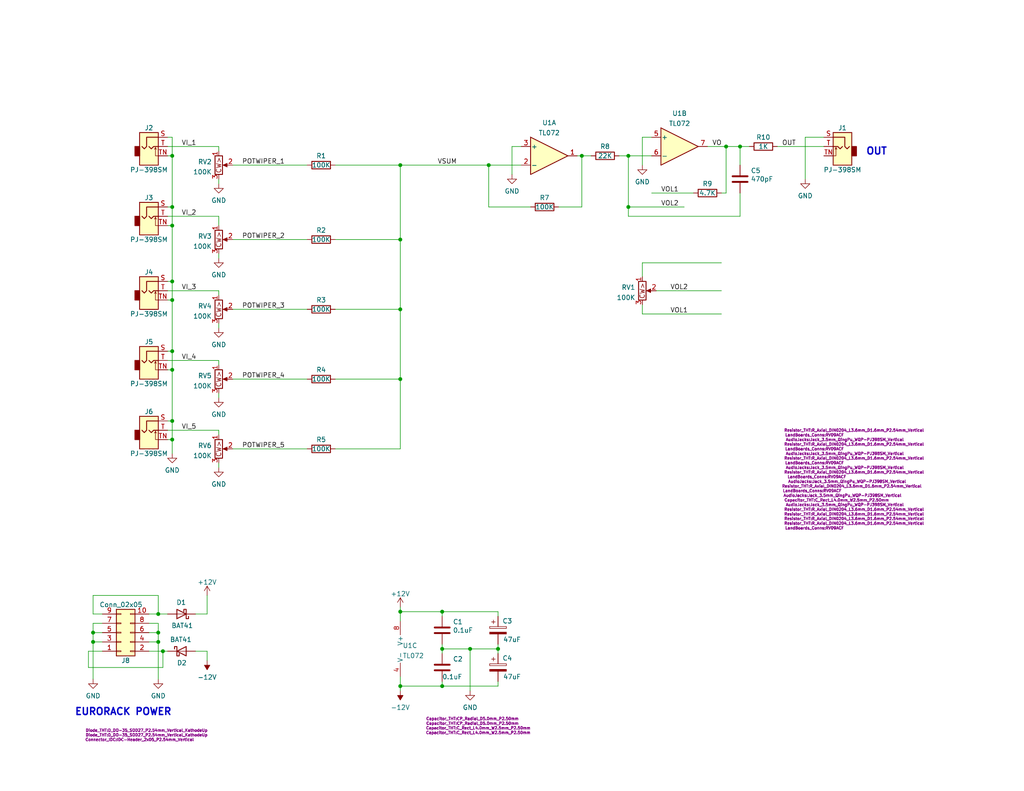
<source format=kicad_sch>
(kicad_sch (version 20230121) (generator eeschema)
  (paper "A")
  (title_block (title "SYNTH-MIXER5-02") (date "2023-03-06") (rev "1") (comment 1 "5 CHANNEL MIXER") (comment 2 "https://note.com/solder_state/n/nffc1a33053be"))
  (lib_symbols
    (symbol "Amplifier_Operational:TL072" (pin_names (offset 0.127))
      (property "Reference" "U" (at 0 5.08 0))
      (property "Value" "TL072" (at 0 -5.08 0))
      (symbol "TL072_1_1"
        (polyline (pts (xy -5.08 5.08) (xy 5.08 0) (xy -5.08 -5.08) (xy -5.08 5.08)) (stroke (width 0.254)) (fill (type background)))
        (pin output line (at 7.62 0 180) (length 2.54) (name "~") (number "1"))
        (pin input line (at -7.62 -2.54 0) (length 2.54) (name "-") (number "2"))
        (pin input line (at -7.62 2.54 0) (length 2.54) (name "+") (number "3"))
      )
      (symbol "TL072_2_1"
        (polyline (pts (xy -5.08 5.08) (xy 5.08 0) (xy -5.08 -5.08) (xy -5.08 5.08)) (stroke (width 0.254)) (fill (type background)))
        (pin input line (at -7.62 2.54 0) (length 2.54) (name "+") (number "5"))
        (pin input line (at -7.62 -2.54 0) (length 2.54) (name "-") (number "6"))
        (pin output line (at 7.62 0 180) (length 2.54) (name "~") (number "7"))
      )
      (symbol "TL072_3_1"
        (pin power_in line (at -2.54 -7.62 90) (length 3.81) (name "V-") (number "4"))
        (pin power_in line (at -2.54 7.62 270) (length 3.81) (name "V+") (number "8"))
      )
    )
    (symbol "Connector:AudioJack2_SwitchT"
      (property "Reference" "J" (at 0 8.89 0))
      (property "Value" "AudioJack2_SwitchT" (at 0 6.35 0))
      (symbol "AudioJack2_SwitchT_0_1"
        (rectangle (start -2.54 0) (end -3.81 -2.54) (stroke (width 0.254)) (fill (type outline)))
        (polyline (pts (xy 1.778 -0.254) (xy 2.032 -0.762)))
        (polyline (pts (xy 0 0) (xy 0.635 -0.635) (xy 1.27 0) (xy 2.54 0)) (stroke (width 0.254)))
        (polyline (pts (xy 2.54 -2.54) (xy 1.778 -2.54) (xy 1.778 -0.254) (xy 1.524 -0.762)))
        (polyline (pts (xy 2.54 2.54) (xy -0.635 2.54) (xy -0.635 0) (xy -1.27 -0.635) (xy -1.905 0)) (stroke (width 0.254)))
        (rectangle (start 2.54 3.81) (end -2.54 -5.08) (stroke (width 0.254)) (fill (type background)))
      )
      (symbol "AudioJack2_SwitchT_1_1"
        (pin passive line (at 5.08 2.54 180) (length 2.54) (name "~") (number "S"))
        (pin passive line (at 5.08 0 180) (length 2.54) (name "~") (number "T"))
        (pin passive line (at 5.08 -2.54 180) (length 2.54) (name "~") (number "TN"))
      )
    )
    (symbol "Connector_Generic:Conn_02x05_Odd_Even" (pin_names (offset 1.016) hide)
      (property "Reference" "J" (at 1.27 7.62 0))
      (property "Value" "Conn_02x05_Odd_Even" (at 1.27 -7.62 0))
      (symbol "Conn_02x05_Odd_Even_1_1"
        (rectangle (start -1.27 -4.953) (end 0 -5.207) (stroke (width 0.1524)))
        (rectangle (start -1.27 -2.413) (end 0 -2.667) (stroke (width 0.1524)))
        (rectangle (start -1.27 0.127) (end 0 -0.127) (stroke (width 0.1524)))
        (rectangle (start -1.27 2.667) (end 0 2.413) (stroke (width 0.1524)))
        (rectangle (start -1.27 5.207) (end 0 4.953) (stroke (width 0.1524)))
        (rectangle (start -1.27 6.35) (end 3.81 -6.35) (stroke (width 0.254)) (fill (type background)))
        (rectangle (start 3.81 -4.953) (end 2.54 -5.207) (stroke (width 0.1524)))
        (rectangle (start 3.81 -2.413) (end 2.54 -2.667) (stroke (width 0.1524)))
        (rectangle (start 3.81 0.127) (end 2.54 -0.127) (stroke (width 0.1524)))
        (rectangle (start 3.81 2.667) (end 2.54 2.413) (stroke (width 0.1524)))
        (rectangle (start 3.81 5.207) (end 2.54 4.953) (stroke (width 0.1524)))
        (pin passive line (at -5.08 5.08 0) (length 3.81) (name "Pin_1") (number "1"))
        (pin passive line (at 7.62 -5.08 180) (length 3.81) (name "Pin_10") (number "10"))
        (pin passive line (at 7.62 5.08 180) (length 3.81) (name "Pin_2") (number "2"))
        (pin passive line (at -5.08 2.54 0) (length 3.81) (name "Pin_3") (number "3"))
        (pin passive line (at 7.62 2.54 180) (length 3.81) (name "Pin_4") (number "4"))
        (pin passive line (at -5.08 0 0) (length 3.81) (name "Pin_5") (number "5"))
        (pin passive line (at 7.62 0 180) (length 3.81) (name "Pin_6") (number "6"))
        (pin passive line (at -5.08 -2.54 0) (length 3.81) (name "Pin_7") (number "7"))
        (pin passive line (at 7.62 -2.54 180) (length 3.81) (name "Pin_8") (number "8"))
        (pin passive line (at -5.08 -5.08 0) (length 3.81) (name "Pin_9") (number "9"))
      )
    )
    (symbol "Device:C" (pin_numbers hide) (pin_names (offset 0.254))
      (property "Reference" "C" (at 0.635 2.54 0))
      (property "Value" "C" (at 0.635 -2.54 0))
      (symbol "C_0_1"
        (polyline (pts (xy -2.032 -0.762) (xy 2.032 -0.762)) (stroke (width 0.508)))
        (polyline (pts (xy -2.032 0.762) (xy 2.032 0.762)) (stroke (width 0.508)))
      )
      (symbol "C_1_1"
        (pin passive line (at 0 3.81 270) (length 2.794) (name "~") (number "1"))
        (pin passive line (at 0 -3.81 90) (length 2.794) (name "~") (number "2"))
      )
    )
    (symbol "Device:C_Polarized" (pin_numbers hide) (pin_names (offset 0.254))
      (property "Reference" "C" (at 0.635 2.54 0))
      (property "Value" "C_Polarized" (at 0.635 -2.54 0))
      (symbol "C_Polarized_0_1"
        (rectangle (start -2.286 0.508) (end 2.286 1.016))
        (polyline (pts (xy -1.778 2.286) (xy -0.762 2.286)))
        (polyline (pts (xy -1.27 2.794) (xy -1.27 1.778)))
        (rectangle (start 2.286 -0.508) (end -2.286 -1.016) (fill (type outline)))
      )
      (symbol "C_Polarized_1_1"
        (pin passive line (at 0 3.81 270) (length 2.794) (name "~") (number "1"))
        (pin passive line (at 0 -3.81 90) (length 2.794) (name "~") (number "2"))
      )
    )
    (symbol "Device:D_Schottky" (pin_numbers hide) (pin_names (offset 1.016) hide)
      (property "Reference" "D" (at 0 2.54 0))
      (property "Value" "D_Schottky" (at 0 -2.54 0))
      (symbol "D_Schottky_0_1"
        (polyline (pts (xy 1.27 0) (xy -1.27 0)))
        (polyline (pts (xy 1.27 1.27) (xy 1.27 -1.27) (xy -1.27 0) (xy 1.27 1.27)) (stroke (width 0.254)))
        (polyline (pts (xy -1.905 0.635) (xy -1.905 1.27) (xy -1.27 1.27) (xy -1.27 -1.27) (xy -0.635 -1.27) (xy -0.635 -0.635)) (stroke (width 0.254)))
      )
      (symbol "D_Schottky_1_1"
        (pin passive line (at -3.81 0 0) (length 2.54) (name "K") (number "1"))
        (pin passive line (at 3.81 0 180) (length 2.54) (name "A") (number "2"))
      )
    )
    (symbol "Device:R" (pin_numbers hide) (pin_names (offset 0))
      (property "Reference" "R" (at 2.032 0 90))
      (property "Value" "R" (at 0 0 90))
      (symbol "R_0_1"
        (rectangle (start -1.016 -2.54) (end 1.016 2.54) (stroke (width 0.254)))
      )
      (symbol "R_1_1"
        (pin passive line (at 0 3.81 270) (length 1.27) (name "~") (number "1"))
        (pin passive line (at 0 -3.81 90) (length 1.27) (name "~") (number "2"))
      )
    )
    (symbol "LandBoards_Conns:R_Pot_CW" (pin_names (offset 1.016) hide)
      (property "Reference" "RV" (at -1.27 1.27 0))
      (property "Value" "R_Pot_CW" (at -1.27 -1.27 0))
      (symbol "R_Pot_CW_0_0"
        (text "CW>" (at 0 0 900) (effects (font (size 1.27 1.27))))
      )
      (symbol "R_Pot_CW_0_1"
        (polyline (pts (xy 2.54 0) (xy 1.524 0)))
        (polyline (pts (xy 1.143 0) (xy 2.286 0.508) (xy 2.286 -0.508) (xy 1.143 0)) (fill (type outline)))
        (rectangle (start 1.016 2.54) (end -1.016 -2.54) (stroke (width 0.254)))
      )
      (symbol "R_Pot_CW_1_1"
        (pin passive line (at 0 3.81 270) (length 1.27) (name "1") (number "1"))
        (pin passive line (at 3.81 0 180) (length 1.27) (name "2") (number "2"))
        (pin passive line (at 0 -3.81 90) (length 1.27) (name "3") (number "3"))
      )
    )
    (symbol "power:+12V" (power) (pin_names (offset 0))
      (property "Value" "+12V" (at 0 3.556 0))
      (symbol "+12V_0_1"
        (polyline (pts (xy -0.762 1.27) (xy 0 2.54)))
        (polyline (pts (xy 0 0) (xy 0 2.54)))
        (polyline (pts (xy 0 2.54) (xy 0.762 1.27)))
      )
      (symbol "+12V_1_1"
        (pin power_in line (at 0 0 90) (length 0) hide (name "+12V") (number "1"))
      )
    )
    (symbol "power:-12V" (power) (pin_names (offset 0))
      (property "Value" "-12V" (at 0 3.81 0))
      (symbol "-12V_0_0"
        (pin power_in line (at 0 0 90) (length 0) hide (name "-12V") (number "1"))
      )
      (symbol "-12V_0_1"
        (polyline (pts (xy 0 0) (xy 0 1.27) (xy 0.762 1.27) (xy 0 2.54) (xy -0.762 1.27) (xy 0 1.27)) (fill (type outline)))
      )
    )
    (symbol "power:GND" (power) (pin_names (offset 0))
      (property "Value" "GND" (at 0 -3.81 0))
      (symbol "GND_0_1"
        (polyline (pts (xy 0 0) (xy 0 -1.27) (xy 1.27 -1.27) (xy 0 -2.54) (xy -1.27 -1.27) (xy 0 -1.27)))
      )
      (symbol "GND_1_1"
        (pin power_in line (at 0 0 270) (length 0) hide (name "GND") (number "1"))
      )
    )
  )
  (junction (at 133.35 45.085))
  (junction (at 46.99 56.515))
  (junction (at 109.22 84.455))
  (junction (at 46.99 42.545))
  (junction (at 109.22 45.085))
  (junction (at 109.22 167.005))
  (junction (at 128.27 177.165))
  (junction (at 25.4 172.72))
  (junction (at 109.22 65.405))
  (junction (at 46.99 81.915))
  (junction (at 46.99 114.935))
  (junction (at 171.45 42.545))
  (junction (at 44.45 177.8))
  (junction (at 109.22 103.505))
  (junction (at 46.99 95.885))
  (junction (at 46.99 120.015))
  (junction (at 109.22 187.325))
  (junction (at 46.99 76.835))
  (junction (at 201.93 40.005))
  (junction (at 171.45 56.515))
  (junction (at 43.18 175.26))
  (junction (at 120.65 187.325))
  (junction (at 43.18 167.64))
  (junction (at 120.65 177.165))
  (junction (at 46.99 100.965))
  (junction (at 120.65 167.005))
  (junction (at 135.89 177.165))
  (junction (at 25.4 175.26))
  (junction (at 46.99 61.595))
  (junction (at 198.12 40.005))
  (junction (at 158.75 42.545))
  (junction (at 43.18 172.72))
  (wire (pts (xy 25.4 170.18) (xy 25.4 172.72)))
  (wire (pts (xy 46.99 81.915) (xy 46.99 95.885)))
  (wire (pts (xy 91.44 103.505) (xy 109.22 103.505)))
  (wire (pts (xy 46.99 61.595) (xy 46.99 76.835)))
  (wire (pts (xy 43.18 162.56) (xy 43.18 167.64)))
  (wire (pts (xy 53.34 177.8) (xy 56.515 177.8)))
  (wire (pts (xy 59.69 88.265) (xy 59.69 89.535)))
  (wire (pts (xy 45.72 98.425) (xy 59.69 98.425)))
  (wire (pts (xy 46.99 120.015) (xy 45.72 120.015)))
  (wire (pts (xy 59.69 69.215) (xy 59.69 70.485)))
  (wire (pts (xy 25.4 175.26) (xy 27.94 175.26)))
  (wire (pts (xy 171.45 56.515) (xy 171.45 59.055)))
  (wire (pts (xy 120.65 167.005) (xy 135.89 167.005)))
  (wire (pts (xy 27.94 170.18) (xy 25.4 170.18)))
  (wire (pts (xy 109.22 45.085) (xy 133.35 45.085)))
  (wire (pts (xy 25.4 172.72) (xy 25.4 175.26)))
  (wire (pts (xy 109.22 65.405) (xy 109.22 84.455)))
  (wire (pts (xy 135.89 187.325) (xy 135.89 186.055)))
  (wire (pts (xy 128.27 177.165) (xy 135.89 177.165)))
  (wire (pts (xy 46.99 114.935) (xy 46.99 120.015)))
  (wire (pts (xy 27.94 167.64) (xy 25.4 167.64)))
  (wire (pts (xy 46.99 100.965) (xy 46.99 114.935)))
  (wire (pts (xy 56.515 162.56) (xy 56.515 167.64)))
  (wire (pts (xy 46.99 61.595) (xy 45.72 61.595)))
  (wire (pts (xy 135.89 167.005) (xy 135.89 168.275)))
  (wire (pts (xy 109.22 187.325) (xy 120.65 187.325)))
  (wire (pts (xy 135.89 177.165) (xy 135.89 175.895)))
  (wire (pts (xy 139.7 47.625) (xy 139.7 40.005)))
  (wire (pts (xy 171.45 42.545) (xy 171.45 56.515)))
  (wire (pts (xy 53.34 167.64) (xy 56.515 167.64)))
  (wire (pts (xy 27.94 177.8) (xy 24.13 177.8)))
  (wire (pts (xy 59.69 118.745) (xy 59.69 117.475)))
  (wire (pts (xy 46.99 120.015) (xy 46.99 123.825)))
  (wire (pts (xy 46.99 42.545) (xy 46.99 56.515)))
  (wire (pts (xy 120.65 187.325) (xy 135.89 187.325)))
  (wire (pts (xy 45.72 117.475) (xy 59.69 117.475)))
  (wire (pts (xy 44.45 177.8) (xy 45.72 177.8)))
  (wire (pts (xy 45.72 37.465) (xy 46.99 37.465)))
  (wire (pts (xy 46.99 37.465) (xy 46.99 42.545)))
  (wire (pts (xy 40.64 167.64) (xy 43.18 167.64)))
  (wire (pts (xy 59.69 40.005) (xy 59.69 41.275)))
  (wire (pts (xy 43.18 167.64) (xy 45.72 167.64)))
  (wire (pts (xy 204.47 40.005) (xy 201.93 40.005)))
  (wire (pts (xy 177.8 52.705) (xy 189.23 52.705)))
  (wire (pts (xy 45.72 114.935) (xy 46.99 114.935)))
  (wire (pts (xy 120.65 175.895) (xy 120.65 177.165)))
  (wire (pts (xy 44.45 182.245) (xy 24.13 182.245)))
  (wire (pts (xy 168.91 42.545) (xy 171.45 42.545)))
  (wire (pts (xy 175.26 85.725) (xy 196.85 85.725)))
  (wire (pts (xy 59.69 61.595) (xy 59.69 59.055)))
  (wire (pts (xy 46.99 42.545) (xy 45.72 42.545)))
  (wire (pts (xy 91.44 122.555) (xy 109.22 122.555)))
  (wire (pts (xy 44.45 177.8) (xy 44.45 182.245)))
  (wire (pts (xy 83.82 84.455) (xy 63.5 84.455)))
  (wire (pts (xy 157.48 42.545) (xy 158.75 42.545)))
  (wire (pts (xy 175.26 45.085) (xy 175.26 37.465)))
  (wire (pts (xy 144.78 56.515) (xy 133.35 56.515)))
  (wire (pts (xy 133.35 45.085) (xy 142.24 45.085)))
  (wire (pts (xy 43.18 175.26) (xy 43.18 185.42)))
  (wire (pts (xy 158.75 56.515) (xy 152.4 56.515)))
  (wire (pts (xy 91.44 84.455) (xy 109.22 84.455)))
  (wire (pts (xy 25.4 167.64) (xy 25.4 162.56)))
  (wire (pts (xy 45.72 76.835) (xy 46.99 76.835)))
  (wire (pts (xy 45.72 56.515) (xy 46.99 56.515)))
  (wire (pts (xy 43.18 170.18) (xy 43.18 172.72)))
  (wire (pts (xy 196.85 52.705) (xy 198.12 52.705)))
  (wire (pts (xy 83.82 122.555) (xy 63.5 122.555)))
  (wire (pts (xy 25.4 162.56) (xy 43.18 162.56)))
  (wire (pts (xy 40.64 170.18) (xy 43.18 170.18)))
  (wire (pts (xy 171.45 59.055) (xy 201.93 59.055)))
  (wire (pts (xy 158.75 42.545) (xy 158.75 56.515)))
  (wire (pts (xy 40.64 175.26) (xy 43.18 175.26)))
  (wire (pts (xy 109.22 187.325) (xy 109.22 188.595)))
  (wire (pts (xy 45.72 95.885) (xy 46.99 95.885)))
  (wire (pts (xy 139.7 40.005) (xy 142.24 40.005)))
  (wire (pts (xy 109.22 165.735) (xy 109.22 167.005)))
  (wire (pts (xy 46.99 56.515) (xy 46.99 61.595)))
  (wire (pts (xy 219.71 37.465) (xy 219.71 48.895)))
  (wire (pts (xy 59.69 107.315) (xy 59.69 108.585)))
  (wire (pts (xy 109.22 167.005) (xy 109.22 169.545)))
  (wire (pts (xy 201.93 40.005) (xy 198.12 40.005)))
  (wire (pts (xy 175.26 71.755) (xy 196.85 71.755)))
  (wire (pts (xy 120.65 177.165) (xy 128.27 177.165)))
  (wire (pts (xy 109.22 184.785) (xy 109.22 187.325)))
  (wire (pts (xy 120.65 186.055) (xy 120.65 187.325)))
  (wire (pts (xy 59.69 80.645) (xy 59.69 79.375)))
  (wire (pts (xy 46.99 76.835) (xy 46.99 81.915)))
  (wire (pts (xy 120.65 167.005) (xy 120.65 168.275)))
  (wire (pts (xy 201.93 40.005) (xy 201.93 45.085)))
  (wire (pts (xy 25.4 175.26) (xy 25.4 185.42)))
  (wire (pts (xy 133.35 56.515) (xy 133.35 45.085)))
  (wire (pts (xy 201.93 59.055) (xy 201.93 52.705)))
  (wire (pts (xy 109.22 103.505) (xy 109.22 122.555)))
  (wire (pts (xy 56.515 177.8) (xy 56.515 180.34)))
  (wire (pts (xy 59.69 48.895) (xy 59.69 50.165)))
  (wire (pts (xy 46.99 81.915) (xy 45.72 81.915)))
  (wire (pts (xy 45.72 40.005) (xy 59.69 40.005)))
  (wire (pts (xy 43.18 172.72) (xy 43.18 175.26)))
  (wire (pts (xy 212.09 40.005) (xy 224.79 40.005)))
  (wire (pts (xy 179.07 79.375) (xy 196.85 79.375)))
  (wire (pts (xy 175.26 37.465) (xy 177.8 37.465)))
  (wire (pts (xy 40.64 177.8) (xy 44.45 177.8)))
  (wire (pts (xy 171.45 56.515) (xy 186.69 56.515)))
  (wire (pts (xy 45.72 79.375) (xy 59.69 79.375)))
  (wire (pts (xy 91.44 65.405) (xy 109.22 65.405)))
  (wire (pts (xy 171.45 42.545) (xy 177.8 42.545)))
  (wire (pts (xy 59.69 99.695) (xy 59.69 98.425)))
  (wire (pts (xy 24.13 182.245) (xy 24.13 177.8)))
  (wire (pts (xy 175.26 83.185) (xy 175.26 85.725)))
  (wire (pts (xy 135.89 178.435) (xy 135.89 177.165)))
  (wire (pts (xy 109.22 167.005) (xy 120.65 167.005)))
  (wire (pts (xy 91.44 45.085) (xy 109.22 45.085)))
  (wire (pts (xy 63.5 65.405) (xy 83.82 65.405)))
  (wire (pts (xy 158.75 42.545) (xy 161.29 42.545)))
  (wire (pts (xy 120.65 177.165) (xy 120.65 178.435)))
  (wire (pts (xy 40.64 172.72) (xy 43.18 172.72)))
  (wire (pts (xy 25.4 172.72) (xy 27.94 172.72)))
  (wire (pts (xy 175.26 75.565) (xy 175.26 71.755)))
  (wire (pts (xy 109.22 45.085) (xy 109.22 65.405)))
  (wire (pts (xy 59.69 126.365) (xy 59.69 127.635)))
  (wire (pts (xy 224.79 37.465) (xy 219.71 37.465)))
  (wire (pts (xy 109.22 84.455) (xy 109.22 103.505)))
  (wire (pts (xy 198.12 52.705) (xy 198.12 40.005)))
  (wire (pts (xy 128.27 177.165) (xy 128.27 188.595)))
  (wire (pts (xy 46.99 95.885) (xy 46.99 100.965)))
  (wire (pts (xy 45.72 59.055) (xy 59.69 59.055)))
  (wire (pts (xy 198.12 40.005) (xy 193.04 40.005)))
  (wire (pts (xy 63.5 45.085) (xy 83.82 45.085)))
  (wire (pts (xy 83.82 103.505) (xy 63.5 103.505)))
  (wire (pts (xy 46.99 100.965) (xy 45.72 100.965)))
  (text "EURORACK POWER" (at 20.32 195.58 0) (effects (font (size 1.905 1.905) (thickness 0.381) bold) (justify left bottom)))
  (text "OUT" (at 236.22 42.545 0) (effects (font (size 1.905 1.905) (thickness 0.381) bold) (justify left bottom)))
  (label "VOL2" (at 180.34 56.515 0))
  (label "VI_2" (at 49.53 59.055 0))
  (label "POTWIPER_2" (at 66.04 65.405 0))
  (label "POTWIPER_3" (at 66.04 84.455 0))
  (label "VSUM" (at 119.38 45.085 0))
  (label "VI_3" (at 49.53 79.375 0))
  (label "OUT" (at 213.36 40.005 0))
  (label "VI_4" (at 49.53 98.425 0))
  (label "POTWIPER_1" (at 66.04 45.085 0))
  (label "VOL2" (at 182.88 79.375 0))
  (label "VOL1" (at 180.34 52.705 0))
  (label "VO" (at 194.31 40.005 0))
  (label "POTWIPER_5" (at 66.04 122.555 0))
  (label "VI_5" (at 49.53 117.475 0))
  (label "VI_1" (at 49.53 40.005 0))
  (label "POTWIPER_4" (at 66.04 103.505 0))
  (label "VOL1" (at 182.88 85.725 0))
  (symbol (lib_id "power:GND") (at 25.4 185.42 0) (unit 1)
    (property "Reference" "#PWR0114" (effects hide))
    (property "Value" "GND" (at 25.4 189.9825 0))
  )
  (symbol (lib_id "Device:R") (at 87.63 122.555 90) (unit 1)
    (property "Reference" "R5" (at 87.63 120.015 90))
    (property "Value" "100K" (at 87.63 122.555 90))
    (property "Footprint" "Resistor_THT:R_Axial_DIN0204_L3.6mm_D1.6mm_P2.54mm_Vertical" (at 232.41 132.715 90) (effects (font (size 0.762 0.762))))
  )
  (symbol (lib_id "power:+12V") (at 56.515 162.56 0) (unit 1)
    (property "Reference" "#PWR0115" (effects hide))
    (property "Value" "+12V" (at 56.515 158.9555 0))
  )
  (symbol (lib_id "LandBoards_Conns:R_Pot_CW") (at 175.26 79.375 0) (unit 1)
    (property "Reference" "RV1" (at 173.3645 78.4665 0) (effects (justify right)))
    (property "Value" "100K" (at 173.3645 81.2416 0) (effects (justify right)))
    (property "Footprint" "LandBoards_Conns:RV09ACF" (at 222.25 144.145 0) (effects (font (size 0.762 0.762))))
  )
  (symbol (lib_id "power:GND") (at 59.69 50.165 0) (unit 1)
    (property "Reference" "#PWR0101" (effects hide))
    (property "Value" "GND" (at 59.69 54.7275 0))
  )
  (symbol (lib_id "Connector:AudioJack2_SwitchT") (at 229.87 40.005 0) (mirror y) (unit 1)
    (property "Reference" "J1" (at 229.87 34.925 0))
    (property "Value" "PJ-398SM" (at 229.87 46.355 0))
    (property "Footprint" "AudioJacks:Jack_3.5mm_QingPu_WQP-PJ398SM_Vertical" (at 230.505 137.795 0) (effects (font (size 0.762 0.762))))
  )
  (symbol (lib_id "Connector:AudioJack2_SwitchT") (at 40.64 59.055 0) (unit 1)
    (property "Reference" "J3" (at 40.64 53.975 0))
    (property "Value" "PJ-398SM" (at 40.64 65.405 0))
    (property "Footprint" "AudioJacks:Jack_3.5mm_QingPu_WQP-PJ398SM_Vertical" (at 230.505 123.825 0) (effects (font (size 0.762 0.762))))
  )
  (symbol (lib_id "Device:D_Schottky") (at 49.53 177.8 0) (unit 1)
    (property "Reference" "D2" (at 48.26 180.975 0) (effects (justify left)))
    (property "Value" "BAT41" (at 46.355 174.625 0) (effects (justify left)))
    (property "Footprint" "Diode_THT:D_DO-35_SOD27_P2.54mm_Vertical_KathodeUp" (at 40.005 200.66 0) (effects (font (size 0.762 0.762))))
  )
  (symbol (lib_id "power:GND") (at 59.69 108.585 0) (unit 1)
    (property "Reference" "#PWR0111" (effects hide))
    (property "Value" "GND" (at 59.69 113.1475 0))
  )
  (symbol (lib_id "Device:R") (at 87.63 45.085 90) (unit 1)
    (property "Reference" "R1" (at 87.63 42.545 90))
    (property "Value" "100K" (at 87.63 45.085 90))
    (property "Footprint" "Resistor_THT:R_Axial_DIN0204_L3.6mm_D1.6mm_P2.54mm_Vertical" (at 233.045 117.475 90) (effects (font (size 0.762 0.762))))
  )
  (symbol (lib_id "Amplifier_Operational:TL072") (at 185.42 40.005 0) (unit 2)
    (property "Reference" "U1" (at 185.42 30.9585 0))
    (property "Value" "TL072" (at 185.42 33.7336 0))
    (property "Footprint" "Package_DIP:DIP-8_W7.62mm" (effects hide))
    (property "Datasheet" "https://store.synthrotek.com/TL072P-Op-Amp_p_418.html" (effects hide))
  )
  (symbol (lib_id "LandBoards_Conns:R_Pot_CW") (at 59.69 103.505 0) (unit 1)
    (property "Reference" "RV5" (at 57.7945 102.5965 0) (effects (justify right)))
    (property "Value" "100K" (at 57.7945 105.3716 0) (effects (justify right)))
    (property "Footprint" "LandBoards_Conns:RV09ACF" (at 222.885 130.175 0) (effects (font (size 0.762 0.762))))
  )
  (symbol (lib_id "Device:R") (at 87.63 84.455 90) (unit 1)
    (property "Reference" "R3" (at 87.63 81.915 90))
    (property "Value" "100K" (at 87.63 84.455 90))
    (property "Footprint" "Resistor_THT:R_Axial_DIN0204_L3.6mm_D1.6mm_P2.54mm_Vertical" (at 233.045 125.095 90) (effects (font (size 0.762 0.762))))
  )
  (symbol (lib_id "power:+12V") (at 109.22 165.735 0) (unit 1)
    (property "Reference" "#PWR0107" (effects hide))
    (property "Value" "+12V" (at 109.22 162.1305 0))
  )
  (symbol (lib_id "power:GND") (at 128.27 188.595 0) (unit 1)
    (property "Reference" "#PWR0106" (effects hide))
    (property "Value" "GND" (at 128.27 193.1575 0))
  )
  (symbol (lib_id "Device:R") (at 208.28 40.005 90) (unit 1)
    (property "Reference" "R10" (at 208.28 37.465 90))
    (property "Value" "1K" (at 208.28 40.005 90))
    (property "Footprint" "Resistor_THT:R_Axial_DIN0204_L3.6mm_D1.6mm_P2.54mm_Vertical" (at 233.045 139.065 90) (effects (font (size 0.762 0.762))))
  )
  (symbol (lib_id "Device:D_Schottky") (at 49.53 167.64 180) (unit 1)
    (property "Reference" "D1" (at 50.8 164.465 0) (effects (justify left)))
    (property "Value" "BAT41" (at 52.705 170.815 0) (effects (justify left)))
    (property "Footprint" "Diode_THT:D_DO-35_SOD27_P2.54mm_Vertical_KathodeUp" (at 40.005 199.39 0) (effects (font (size 0.762 0.762))))
  )
  (symbol (lib_id "power:GND") (at 46.99 123.825 0) (unit 1)
    (property "Reference" "#PWR0102" (effects hide))
    (property "Value" "GND" (at 46.99 128.3875 0))
  )
  (symbol (lib_id "Device:R") (at 165.1 42.545 90) (unit 1)
    (property "Reference" "R8" (at 165.1 40.005 90))
    (property "Value" "22K" (at 165.1 42.545 90))
    (property "Footprint" "Resistor_THT:R_Axial_DIN0204_L3.6mm_D1.6mm_P2.54mm_Vertical" (at 233.045 142.875 90) (effects (font (size 0.762 0.762))))
  )
  (symbol (lib_id "power:GND") (at 139.7 47.625 0) (unit 1)
    (property "Reference" "#PWR0117" (effects hide))
    (property "Value" "GND" (at 139.7 52.1875 0))
  )
  (symbol (lib_id "LandBoards_Conns:R_Pot_CW") (at 59.69 122.555 0) (unit 1)
    (property "Reference" "RV6" (at 57.7945 121.6465 0) (effects (justify right)))
    (property "Value" "100K" (at 57.7945 124.4216 0) (effects (justify right)))
    (property "Footprint" "LandBoards_Conns:RV09ACF" (at 221.615 133.985 0) (effects (font (size 0.762 0.762))))
  )
  (symbol (lib_id "Device:C_Polarized") (at 135.89 182.245 0) (unit 1)
    (property "Reference" "C4" (at 138.43 179.705 0))
    (property "Value" "47uF" (at 139.7 184.785 0))
    (property "Footprint" "Capacitor_THT:CP_Radial_D5.0mm_P2.50mm" (at 128.905 196.215 0) (effects (font (size 0.762 0.762))))
  )
  (symbol (lib_id "power:GND") (at 59.69 89.535 0) (unit 1)
    (property "Reference" "#PWR0108" (effects hide))
    (property "Value" "GND" (at 59.69 94.0975 0))
  )
  (symbol (lib_id "LandBoards_Conns:R_Pot_CW") (at 59.69 65.405 0) (unit 1)
    (property "Reference" "RV3" (at 57.7945 64.4965 0) (effects (justify right)))
    (property "Value" "100K" (at 57.7945 67.2716 0) (effects (justify right)))
    (property "Footprint" "LandBoards_Conns:RV09ACF" (at 222.25 122.555 0) (effects (font (size 0.762 0.762))))
  )
  (symbol (lib_id "Device:R") (at 87.63 103.505 90) (unit 1)
    (property "Reference" "R4" (at 87.63 100.965 90))
    (property "Value" "100K" (at 87.63 103.505 90))
    (property "Footprint" "Resistor_THT:R_Axial_DIN0204_L3.6mm_D1.6mm_P2.54mm_Vertical" (at 233.045 128.905 90) (effects (font (size 0.762 0.762))))
  )
  (symbol (lib_id "power:GND") (at 43.18 185.42 0) (unit 1)
    (property "Reference" "#PWR0112" (effects hide))
    (property "Value" "GND" (at 43.18 189.9825 0))
  )
  (symbol (lib_id "power:GND") (at 175.26 45.085 0) (unit 1)
    (property "Reference" "#PWR0118" (effects hide))
    (property "Value" "GND" (at 175.26 49.6475 0))
  )
  (symbol (lib_id "Device:C_Polarized") (at 135.89 172.085 0) (unit 1)
    (property "Reference" "C3" (at 138.43 169.545 0))
    (property "Value" "47uF" (at 139.7 174.625 0))
    (property "Footprint" "Capacitor_THT:CP_Radial_D5.0mm_P2.50mm" (at 128.905 197.485 0) (effects (font (size 0.762 0.762))))
  )
  (symbol (lib_id "Device:C") (at 120.65 182.245 0) (unit 1)
    (property "Reference" "C2" (at 123.571 179.9336 0) (effects (justify left)))
    (property "Value" "0.1uF" (at 120.65 184.785 0) (effects (justify left)))
    (property "Footprint" "Capacitor_THT:C_Rect_L4.0mm_W2.5mm_P2.50mm" (at 116.205 200.025 0) (effects (font (size 0.762 0.762)) (justify left)))
  )
  (symbol (lib_id "power:-12V") (at 56.515 180.34 180) (unit 1)
    (property "Reference" "#PWR0113" (effects hide))
    (property "Value" "-12V" (at 56.515 184.9025 0))
  )
  (symbol (lib_id "Device:R") (at 87.63 65.405 90) (unit 1)
    (property "Reference" "R2" (at 87.63 62.865 90))
    (property "Value" "100K" (at 87.63 65.405 90))
    (property "Footprint" "Resistor_THT:R_Axial_DIN0204_L3.6mm_D1.6mm_P2.54mm_Vertical" (at 233.045 121.285 90) (effects (font (size 0.762 0.762))))
  )
  (symbol (lib_id "Connector:AudioJack2_SwitchT") (at 40.64 40.005 0) (unit 1)
    (property "Reference" "J2" (at 40.64 34.925 0))
    (property "Value" "PJ-398SM" (at 40.64 46.355 0))
    (property "Footprint" "AudioJacks:Jack_3.5mm_QingPu_WQP-PJ398SM_Vertical" (at 230.505 120.015 0) (effects (font (size 0.762 0.762))))
  )
  (symbol (lib_id "Amplifier_Operational:TL072") (at 111.76 177.165 0) (unit 3)
    (property "Reference" "U1" (at 109.855 176.2565 0) (effects (justify left)))
    (property "Value" "TL072" (at 109.855 179.0316 0) (effects (justify left)))
    (property "Footprint" "Package_DIP:DIP-8_W7.62mm" (effects hide))
    (property "Datasheet" "https://store.synthrotek.com/TL072P-Op-Amp_p_418.html" (effects hide))
  )
  (symbol (lib_id "Connector:AudioJack2_SwitchT") (at 40.64 117.475 0) (unit 1)
    (property "Reference" "J6" (at 40.64 112.395 0))
    (property "Value" "PJ-398SM" (at 40.64 123.825 0))
    (property "Footprint" "AudioJacks:Jack_3.5mm_QingPu_WQP-PJ398SM_Vertical" (at 229.87 135.255 0) (effects (font (size 0.762 0.762))))
  )
  (symbol (lib_id "Connector:AudioJack2_SwitchT") (at 40.64 79.375 0) (unit 1)
    (property "Reference" "J4" (at 40.64 74.295 0))
    (property "Value" "PJ-398SM" (at 40.64 85.725 0))
    (property "Footprint" "AudioJacks:Jack_3.5mm_QingPu_WQP-PJ398SM_Vertical" (at 230.505 127.635 0) (effects (font (size 0.762 0.762))))
  )
  (symbol (lib_id "LandBoards_Conns:R_Pot_CW") (at 59.69 84.455 0) (unit 1)
    (property "Reference" "RV4" (at 57.7945 83.5465 0) (effects (justify right)))
    (property "Value" "100K" (at 57.7945 86.3216 0) (effects (justify right)))
    (property "Footprint" "LandBoards_Conns:RV09ACF" (at 222.25 126.365 0) (effects (font (size 0.762 0.762))))
  )
  (symbol (lib_id "Device:R") (at 148.59 56.515 90) (unit 1)
    (property "Reference" "R7" (at 148.59 53.975 90))
    (property "Value" "100K" (at 148.59 56.515 90))
    (property "Footprint" "Resistor_THT:R_Axial_DIN0204_L3.6mm_D1.6mm_P2.54mm_Vertical" (at 233.045 141.605 90) (effects (font (size 0.762 0.762))))
  )
  (symbol (lib_id "Connector_Generic:Conn_02x05_Odd_Even") (at 33.02 172.72 0) (mirror x) (unit 1)
    (property "Reference" "J8" (at 34.29 180.34 0))
    (property "Value" "Conn_02x05" (at 33.02 165.1 0))
    (property "Footprint" "Connector_IDC:IDC-Header_2x05_P2.54mm_Vertical" (at 38.1 201.93 0) (effects (font (size 0.762 0.762))))
    (property "Datasheet" "https://store.synthrotek.com/10-Pin_Keyed_Shrouded_Eurorack_Power_Header" (effects hide))
  )
  (symbol (lib_id "Amplifier_Operational:TL072") (at 149.86 42.545 0) (unit 1)
    (property "Reference" "U1" (at 149.86 33.4985 0))
    (property "Value" "TL072" (at 149.86 36.2736 0))
    (property "Footprint" "Package_DIP:DIP-8_W7.62mm" (effects hide))
    (property "Datasheet" "https://store.synthrotek.com/TL072P-Op-Amp_p_418.html" (effects hide))
  )
  (symbol (lib_id "power:GND") (at 59.69 70.485 0) (unit 1)
    (property "Reference" "#PWR0109" (effects hide))
    (property "Value" "GND" (at 59.69 75.0475 0))
  )
  (symbol (lib_id "Device:C") (at 201.93 48.895 0) (unit 1)
    (property "Reference" "C5" (at 204.851 46.5836 0) (effects (justify left)))
    (property "Value" "470pF" (at 204.851 48.895 0) (effects (justify left)))
    (property "Footprint" "Capacitor_THT:C_Rect_L4.0mm_W2.5mm_P2.50mm" (at 213.995 136.525 0) (effects (font (size 0.762 0.762)) (justify left)))
  )
  (symbol (lib_id "Device:R") (at 193.04 52.705 90) (unit 1)
    (property "Reference" "R9" (at 193.04 50.165 90))
    (property "Value" "4.7K" (at 193.04 52.705 90))
    (property "Footprint" "Resistor_THT:R_Axial_DIN0204_L3.6mm_D1.6mm_P2.54mm_Vertical" (at 233.045 140.335 90) (effects (font (size 0.762 0.762))))
  )
  (symbol (lib_id "Device:C") (at 120.65 172.085 0) (unit 1)
    (property "Reference" "C1" (at 123.571 169.7736 0) (effects (justify left)))
    (property "Value" "0.1uF" (at 123.571 172.085 0) (effects (justify left)))
    (property "Footprint" "Capacitor_THT:C_Rect_L4.0mm_W2.5mm_P2.50mm" (at 116.205 198.755 0) (effects (font (size 0.762 0.762)) (justify left)))
  )
  (symbol (lib_id "power:GND") (at 219.71 48.895 0) (unit 1)
    (property "Reference" "#PWR0119" (effects hide))
    (property "Value" "GND" (at 219.71 53.4575 0))
  )
  (symbol (lib_id "power:-12V") (at 109.22 188.595 180) (unit 1)
    (property "Reference" "#PWR0105" (effects hide))
    (property "Value" "-12V" (at 109.22 193.1575 0))
  )
  (symbol (lib_id "Connector:AudioJack2_SwitchT") (at 40.64 98.425 0) (unit 1)
    (property "Reference" "J5" (at 40.64 93.345 0))
    (property "Value" "PJ-398SM" (at 40.64 104.775 0))
    (property "Footprint" "AudioJacks:Jack_3.5mm_QingPu_WQP-PJ398SM_Vertical" (at 231.14 131.445 0) (effects (font (size 0.762 0.762))))
  )
  (symbol (lib_id "power:GND") (at 59.69 127.635 0) (unit 1)
    (property "Reference" "#PWR0103" (effects hide))
    (property "Value" "GND" (at 59.69 132.1975 0))
  )
  (symbol (lib_id "LandBoards_Conns:R_Pot_CW") (at 59.69 45.085 0) (unit 1)
    (property "Reference" "RV2" (at 57.7945 44.1765 0) (effects (justify right)))
    (property "Value" "100K" (at 57.7945 46.9516 0) (effects (justify right)))
    (property "Footprint" "LandBoards_Conns:RV09ACF" (at 222.25 118.745 0) (effects (font (size 0.762 0.762))))
  )
)
</source>
